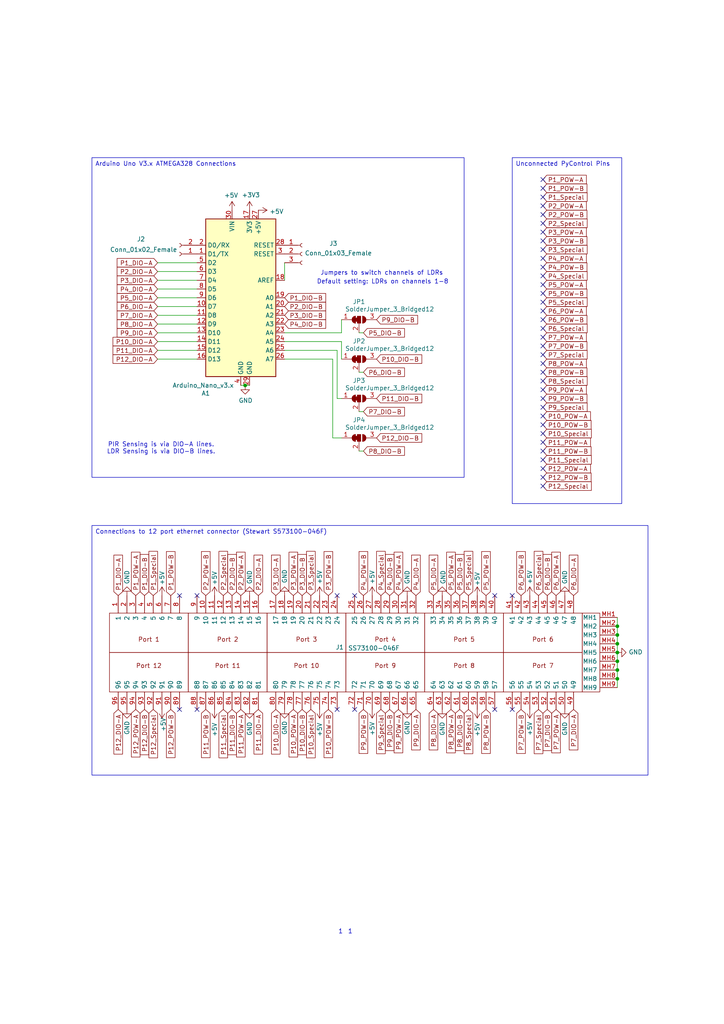
<source format=kicad_sch>
(kicad_sch (version 20231120) (generator "eeschema") (generator_version "8.0")
  (paper "A4" portrait)
  (title_block (title "PIR Interface Board") (date "28/06/2024") (rev "1.0") (company "University of Bristol") (comment 1 "Adapted by: Daniel Titheradge") (comment 2 "Wellcome Open Res. 2016 Nov 15;1:2. doi: 10.12688/wellcomeopenres.9892.2.") (comment 3 "COMPASS: Continuous Open Mouse Phenotyping of Activity and Sleep Status. ") (comment 4 "Adapted from Brown LA, Hasan S, Foster RG, Peirson SN. "))
  (lib_symbols
    (symbol "PIR InterfaceBoard-rescue:+3V3-power" (power) (pin_names (offset 0))
      (property "Value" "power_+3V3" (at 0 3.556 0))
      (symbol "+3V3-power_0_1"
        (polyline (pts (xy -0.762 1.27) (xy 0 2.54)))
        (polyline (pts (xy 0 0) (xy 0 2.54)))
        (polyline (pts (xy 0 2.54) (xy 0.762 1.27)))
      )
      (symbol "+3V3-power_1_1"
        (pin power_in line (at 0 0 90) (length 0) hide (name "+3V3") (number "1"))
      )
    )
    (symbol "PIR InterfaceBoard-rescue:+5V-power" (power) (pin_names (offset 0))
      (property "Value" "power_+5V" (at 0 3.556 0))
      (symbol "+5V-power_0_1"
        (polyline (pts (xy -0.762 1.27) (xy 0 2.54)))
        (polyline (pts (xy 0 0) (xy 0 2.54)))
        (polyline (pts (xy 0 2.54) (xy 0.762 1.27)))
      )
      (symbol "+5V-power_1_1"
        (pin power_in line (at 0 0 90) (length 0) hide (name "+5V") (number "1"))
      )
    )
    (symbol "PIR InterfaceBoard-rescue:Arduino_Nano_v3.x-MCU_Module"
      (property "Reference" "A" (at -5.08 26.035 0))
      (property "Value" "MCU_Module_Arduino_Nano_v3.x" (at -5.08 24.13 0))
      (symbol "Arduino_Nano_v3.x-MCU_Module_0_1"
        (rectangle (start -10.16 22.86) (end 10.16 -22.86) (stroke (width 0.254)) (fill (type background)))
      )
      (symbol "Arduino_Nano_v3.x-MCU_Module_1_1"
        (pin bidirectional line (at -12.7 12.7 0) (length 2.54) (name "D1/TX") (number "1"))
        (pin bidirectional line (at -12.7 -2.54 0) (length 2.54) (name "D7") (number "10"))
        (pin bidirectional line (at -12.7 -5.08 0) (length 2.54) (name "D8") (number "11"))
        (pin bidirectional line (at -12.7 -7.62 0) (length 2.54) (name "D9") (number "12"))
        (pin bidirectional line (at -12.7 -10.16 0) (length 2.54) (name "D10") (number "13"))
        (pin bidirectional line (at -12.7 -12.7 0) (length 2.54) (name "D11") (number "14"))
        (pin bidirectional line (at -12.7 -15.24 0) (length 2.54) (name "D12") (number "15"))
        (pin bidirectional line (at -12.7 -17.78 0) (length 2.54) (name "D13") (number "16"))
        (pin power_out line (at 2.54 25.4 270) (length 2.54) (name "3V3") (number "17"))
        (pin input line (at 12.7 5.08 180) (length 2.54) (name "AREF") (number "18"))
        (pin bidirectional line (at 12.7 0 180) (length 2.54) (name "A0") (number "19"))
        (pin bidirectional line (at -12.7 15.24 0) (length 2.54) (name "D0/RX") (number "2"))
        (pin bidirectional line (at 12.7 -2.54 180) (length 2.54) (name "A1") (number "20"))
        (pin bidirectional line (at 12.7 -5.08 180) (length 2.54) (name "A2") (number "21"))
        (pin bidirectional line (at 12.7 -7.62 180) (length 2.54) (name "A3") (number "22"))
        (pin bidirectional line (at 12.7 -10.16 180) (length 2.54) (name "A4") (number "23"))
        (pin bidirectional line (at 12.7 -12.7 180) (length 2.54) (name "A5") (number "24"))
        (pin bidirectional line (at 12.7 -15.24 180) (length 2.54) (name "A6") (number "25"))
        (pin bidirectional line (at 12.7 -17.78 180) (length 2.54) (name "A7") (number "26"))
        (pin power_out line (at 5.08 25.4 270) (length 2.54) (name "+5V") (number "27"))
        (pin input line (at 12.7 15.24 180) (length 2.54) (name "RESET") (number "28"))
        (pin power_in line (at 2.54 -25.4 90) (length 2.54) (name "GND") (number "29"))
        (pin input line (at 12.7 12.7 180) (length 2.54) (name "RESET") (number "3"))
        (pin power_in line (at -2.54 25.4 270) (length 2.54) (name "VIN") (number "30"))
        (pin power_in line (at 0 -25.4 90) (length 2.54) (name "GND") (number "4"))
        (pin bidirectional line (at -12.7 10.16 0) (length 2.54) (name "D2") (number "5"))
        (pin bidirectional line (at -12.7 7.62 0) (length 2.54) (name "D3") (number "6"))
        (pin bidirectional line (at -12.7 5.08 0) (length 2.54) (name "D4") (number "7"))
        (pin bidirectional line (at -12.7 2.54 0) (length 2.54) (name "D5") (number "8"))
        (pin bidirectional line (at -12.7 0 0) (length 2.54) (name "D6") (number "9"))
      )
    )
    (symbol "PIR InterfaceBoard-rescue:Conn_01x02_Female-Connector" (pin_names (offset 1.016) hide)
      (property "Reference" "J" (at 0 2.54 0))
      (property "Value" "Connector_Conn_01x02_Female" (at 0 -5.08 0))
      (symbol "Conn_01x02_Female-Connector_1_1"
        (arc (start 0 -2.032) (mid -0.508 -2.54) (end 0 -3.048) (stroke (width 0.1524)))
        (polyline (pts (xy -1.27 -2.54) (xy -0.508 -2.54)) (stroke (width 0.1524)))
        (polyline (pts (xy -1.27 0) (xy -0.508 0)) (stroke (width 0.1524)))
        (arc (start 0 0.508) (mid -0.508 0) (end 0 -0.508) (stroke (width 0.1524)))
        (pin passive line (at -5.08 0 0) (length 3.81) (name "Pin_1") (number "1"))
        (pin passive line (at -5.08 -2.54 0) (length 3.81) (name "Pin_2") (number "2"))
      )
    )
    (symbol "PIR InterfaceBoard-rescue:Conn_01x03_Female-Connector" (pin_names (offset 1.016) hide)
      (property "Reference" "J" (at 0 5.08 0))
      (property "Value" "Connector_Conn_01x03_Female" (at 0 -5.08 0))
      (symbol "Conn_01x03_Female-Connector_1_1"
        (arc (start 0 -2.032) (mid -0.508 -2.54) (end 0 -3.048) (stroke (width 0.1524)))
        (polyline (pts (xy -1.27 -2.54) (xy -0.508 -2.54)) (stroke (width 0.1524)))
        (polyline (pts (xy -1.27 0) (xy -0.508 0)) (stroke (width 0.1524)))
        (polyline (pts (xy -1.27 2.54) (xy -0.508 2.54)) (stroke (width 0.1524)))
        (arc (start 0 0.508) (mid -0.508 0) (end 0 -0.508) (stroke (width 0.1524)))
        (arc (start 0 3.048) (mid -0.508 2.54) (end 0 2.032) (stroke (width 0.1524)))
        (pin passive line (at -5.08 2.54 0) (length 3.81) (name "Pin_1") (number "1"))
        (pin passive line (at -5.08 0 0) (length 3.81) (name "Pin_2") (number "2"))
        (pin passive line (at -5.08 -2.54 0) (length 3.81) (name "Pin_3") (number "3"))
      )
    )
    (symbol "PIR InterfaceBoard-rescue:GND-power" (power) (pin_names (offset 0))
      (property "Value" "power_GND" (at 0 -3.81 0))
      (symbol "GND-power_0_1"
        (polyline (pts (xy 0 0) (xy 0 -1.27) (xy 1.27 -1.27) (xy 0 -2.54) (xy -1.27 -1.27) (xy 0 -1.27)))
      )
      (symbol "GND-power_1_1"
        (pin power_in line (at 0 0 270) (length 0) hide (name "GND") (number "1"))
      )
    )
    (symbol "PIR InterfaceBoard-rescue:SS73100-046F-SamacSys_Parts" (pin_names (offset 0.762))
      (property "Reference" "J1" (at -1.778 1.524 0))
      (property "Value" "SS73100-046F" (at 8.128 1.27 0))
      (symbol "SS73100-046F-SamacSys_Parts_0_0"
        (text "Port 1" (at -57.15 3.81 0) (effects (font (size 1.27 1.27))))
        (pin passive line (at -66.04 16.51 270) (length 5.08) (name "1") (number "1"))
        (pin passive line (at -40.64 16.51 270) (length 5.08) (name "10") (number "10"))
        (pin passive line (at -38.1 16.51 270) (length 5.08) (name "11") (number "11"))
        (pin passive line (at -35.56 16.51 270) (length 5.08) (name "12") (number "12"))
        (pin passive line (at -33.02 16.51 270) (length 5.08) (name "13") (number "13"))
        (pin passive line (at -30.48 16.51 270) (length 5.08) (name "14") (number "14"))
        (pin passive line (at -27.94 16.51 270) (length 5.08) (name "15") (number "15"))
        (pin passive line (at -25.4 16.51 270) (length 5.08) (name "16") (number "16"))
        (pin passive line (at -20.32 16.51 270) (length 5.08) (name "17") (number "17"))
        (pin passive line (at -17.78 16.51 270) (length 5.08) (name "18") (number "18"))
        (pin passive line (at -15.24 16.51 270) (length 5.08) (name "19") (number "19"))
        (pin passive line (at -63.5 16.51 270) (length 5.08) (name "2") (number "2"))
        (pin passive line (at -12.7 16.51 270) (length 5.08) (name "20") (number "20"))
        (pin passive line (at -10.16 16.51 270) (length 5.08) (name "21") (number "21"))
        (pin passive line (at -7.62 16.51 270) (length 5.08) (name "22") (number "22"))
        (pin passive line (at -5.08 16.51 270) (length 5.08) (name "23") (number "23"))
        (pin passive line (at -2.54 16.51 270) (length 5.08) (name "24") (number "24"))
        (pin passive line (at 2.54 16.51 270) (length 5.08) (name "25") (number "25"))
        (pin passive line (at 5.08 16.51 270) (length 5.08) (name "26") (number "26"))
        (pin passive line (at 7.62 16.51 270) (length 5.08) (name "27") (number "27"))
        (pin passive line (at 10.16 16.51 270) (length 5.08) (name "28") (number "28"))
        (pin passive line (at 12.7 16.51 270) (length 5.08) (name "29") (number "29"))
        (pin passive line (at -60.96 16.51 270) (length 5.08) (name "3") (number "3"))
        (pin passive line (at 15.24 16.51 270) (length 5.08) (name "30") (number "30"))
        (pin passive line (at 17.78 16.51 270) (length 5.08) (name "31") (number "31"))
        (pin passive line (at 20.32 16.51 270) (length 5.08) (name "32") (number "32"))
        (pin passive line (at 25.4 16.51 270) (length 5.08) (name "33") (number "33"))
        (pin passive line (at 27.94 16.51 270) (length 5.08) (name "34") (number "34"))
        (pin passive line (at 30.48 16.51 270) (length 5.08) (name "35") (number "35"))
        (pin passive line (at 33.02 16.51 270) (length 5.08) (name "36") (number "36"))
        (pin passive line (at 35.56 16.51 270) (length 5.08) (name "37") (number "37"))
        (pin passive line (at 38.1 16.51 270) (length 5.08) (name "38") (number "38"))
        (pin passive line (at 40.64 16.51 270) (length 5.08) (name "39") (number "39"))
        (pin passive line (at -58.42 16.51 270) (length 5.08) (name "4") (number "4"))
        (pin passive line (at 43.18 16.51 270) (length 5.08) (name "40") (number "40"))
        (pin passive line (at 48.26 16.51 270) (length 5.08) (name "41") (number "41"))
        (pin passive line (at 50.8 16.51 270) (length 5.08) (name "42") (number "42"))
        (pin passive line (at 53.34 16.51 270) (length 5.08) (name "43") (number "43"))
        (pin passive line (at 55.88 16.51 270) (length 5.08) (name "44") (number "44"))
        (pin passive line (at 58.42 16.51 270) (length 5.08) (name "45") (number "45"))
        (pin passive line (at 60.96 16.51 270) (length 5.08) (name "46") (number "46"))
        (pin passive line (at 63.5 16.51 270) (length 5.08) (name "47") (number "47"))
        (pin passive line (at 66.04 16.51 270) (length 5.08) (name "48") (number "48"))
        (pin passive line (at 66.04 -16.51 90) (length 5.08) (name "49") (number "49"))
        (pin passive line (at -55.88 16.51 270) (length 5.08) (name "5") (number "5"))
        (pin passive line (at 63.5 -16.51 90) (length 5.08) (name "50") (number "50"))
        (pin passive line (at 60.96 -16.51 90) (length 5.08) (name "51") (number "51"))
        (pin passive line (at 58.42 -16.51 90) (length 5.08) (name "52") (number "52"))
        (pin passive line (at 55.88 -16.51 90) (length 5.08) (name "53") (number "53"))
        (pin passive line (at 53.34 -16.51 90) (length 5.08) (name "54") (number "54"))
        (pin passive line (at 50.8 -16.51 90) (length 5.08) (name "55") (number "55"))
        (pin passive line (at 48.26 -16.51 90) (length 5.08) (name "56") (number "56"))
        (pin passive line (at 43.18 -16.51 90) (length 5.08) (name "57") (number "57"))
        (pin passive line (at 40.64 -16.51 90) (length 5.08) (name "58") (number "58"))
        (pin passive line (at 38.1 -16.51 90) (length 5.08) (name "59") (number "59"))
        (pin passive line (at -53.34 16.51 270) (length 5.08) (name "6") (number "6"))
        (pin passive line (at 35.56 -16.51 90) (length 5.08) (name "60") (number "60"))
        (pin passive line (at 33.02 -16.51 90) (length 5.08) (name "61") (number "61"))
        (pin passive line (at 30.48 -16.51 90) (length 5.08) (name "62") (number "62"))
        (pin passive line (at 27.94 -16.51 90) (length 5.08) (name "63") (number "63"))
        (pin passive line (at 25.4 -16.51 90) (length 5.08) (name "64") (number "64"))
        (pin passive line (at 20.32 -16.51 90) (length 5.08) (name "65") (number "65"))
        (pin passive line (at 17.78 -16.51 90) (length 5.08) (name "66") (number "66"))
        (pin passive line (at 15.24 -16.51 90) (length 5.08) (name "67") (number "67"))
        (pin passive line (at 12.7 -16.51 90) (length 5.08) (name "68") (number "68"))
        (pin passive line (at 10.16 -16.51 90) (length 5.08) (name "69") (number "69"))
        (pin passive line (at -50.8 16.51 270) (length 5.08) (name "7") (number "7"))
        (pin passive line (at 7.62 -16.51 90) (length 5.08) (name "70") (number "70"))
        (pin passive line (at 5.08 -16.51 90) (length 5.08) (name "71") (number "71"))
        (pin passive line (at 2.54 -16.51 90) (length 5.08) (name "72") (number "72"))
        (pin passive line (at -2.54 -16.51 90) (length 5.08) (name "73") (number "73"))
        (pin passive line (at -5.08 -16.51 90) (length 5.08) (name "74") (number "74"))
        (pin passive line (at -7.62 -16.51 90) (length 5.08) (name "75") (number "75"))
        (pin passive line (at -10.16 -16.51 90) (length 5.08) (name "76") (number "76"))
        (pin passive line (at -12.7 -16.51 90) (length 5.08) (name "77") (number "77"))
        (pin passive line (at -15.24 -16.51 90) (length 5.08) (name "78") (number "78"))
        (pin passive line (at -17.78 -16.51 90) (length 5.08) (name "79") (number "79"))
        (pin passive line (at -48.26 16.51 270) (length 5.08) (name "8") (number "8"))
        (pin passive line (at -20.32 -16.51 90) (length 5.08) (name "80") (number "80"))
        (pin passive line (at -25.4 -16.51 90) (length 5.08) (name "81") (number "81"))
        (pin passive line (at -27.94 -16.51 90) (length 5.08) (name "82") (number "82"))
        (pin passive line (at -30.48 -16.51 90) (length 5.08) (name "83") (number "83"))
        (pin passive line (at -33.02 -16.51 90) (length 5.08) (name "84") (number "84"))
        (pin passive line (at -35.56 -16.51 90) (length 5.08) (name "85") (number "85"))
        (pin passive line (at -38.1 -16.51 90) (length 5.08) (name "86") (number "86"))
        (pin passive line (at -40.64 -16.51 90) (length 5.08) (name "87") (number "87"))
        (pin passive line (at -43.18 -16.51 90) (length 5.08) (name "88") (number "88"))
        (pin passive line (at -48.26 -16.51 90) (length 5.08) (name "89") (number "89"))
        (pin passive line (at -43.18 16.51 270) (length 5.08) (name "9") (number "9"))
        (pin passive line (at -50.8 -16.51 90) (length 5.08) (name "90") (number "90"))
        (pin passive line (at -53.34 -16.51 90) (length 5.08) (name "91") (number "91"))
        (pin passive line (at -55.88 -16.51 90) (length 5.08) (name "92") (number "92"))
        (pin passive line (at -58.42 -16.51 90) (length 5.08) (name "93") (number "93"))
        (pin passive line (at -60.96 -16.51 90) (length 5.08) (name "94") (number "94"))
        (pin passive line (at -63.5 -16.51 90) (length 5.08) (name "95") (number "95"))
        (pin passive line (at -66.04 -16.51 90) (length 5.08) (name "96") (number "96"))
        (pin passive line (at 78.74 10.16 180) (length 5.08) (name "MH1") (number "MH1"))
        (pin passive line (at 78.74 7.62 180) (length 5.08) (name "MH2") (number "MH2"))
        (pin passive line (at 78.74 5.08 180) (length 5.08) (name "MH3") (number "MH3"))
        (pin passive line (at 78.74 2.54 180) (length 5.08) (name "MH4") (number "MH4"))
        (pin passive line (at 78.74 0 180) (length 5.08) (name "MH5") (number "MH5"))
        (pin passive line (at 78.74 -2.54 180) (length 5.08) (name "MH6") (number "MH6"))
        (pin passive line (at 78.74 -5.08 180) (length 5.08) (name "MH7") (number "MH7"))
        (pin passive line (at 78.74 -7.62 180) (length 5.08) (name "MH8") (number "MH8"))
        (pin passive line (at 78.74 -10.16 180) (length 5.08) (name "MH9") (number "MH9"))
      )
      (symbol "SS73100-046F-SamacSys_Parts_0_1"
        (rectangle (start -68.58 11.43) (end -45.72 0))
        (rectangle (start 68.58 11.43) (end 73.66 -11.43))
      )
      (symbol "SS73100-046F-SamacSys_Parts_1_1"
        (rectangle (start -68.58 0) (end -45.72 -11.43))
        (rectangle (start -45.72 0) (end -22.86 -11.43))
        (rectangle (start -45.72 11.43) (end -22.86 0))
        (rectangle (start -22.86 0) (end 0 -11.43))
        (rectangle (start -22.86 11.43) (end 0 0))
        (rectangle (start 0 0) (end 22.86 -11.43))
        (rectangle (start 0 11.43) (end 22.86 0))
        (rectangle (start 22.86 0) (end 45.72 -11.43))
        (rectangle (start 22.86 11.43) (end 45.72 0))
        (rectangle (start 45.72 0) (end 68.58 -11.43))
        (rectangle (start 45.72 11.43) (end 68.58 0))
        (text "Port 10" (at -11.43 -3.81 0) (effects (font (size 1.27 1.27))))
        (text "Port 11" (at -34.29 -3.81 0) (effects (font (size 1.27 1.27))))
        (text "Port 12" (at -57.15 -3.81 0) (effects (font (size 1.27 1.27))))
        (text "Port 2" (at -34.29 3.81 0) (effects (font (size 1.27 1.27))))
        (text "Port 3" (at -11.43 3.81 0) (effects (font (size 1.27 1.27))))
        (text "Port 4" (at 11.43 3.81 0) (effects (font (size 1.27 1.27))))
        (text "Port 5" (at 34.29 3.81 0) (effects (font (size 1.27 1.27))))
        (text "Port 6" (at 57.15 3.81 0) (effects (font (size 1.27 1.27))))
        (text "Port 7" (at 57.15 -3.81 0) (effects (font (size 1.27 1.27))))
        (text "Port 8" (at 34.29 -3.81 0) (effects (font (size 1.27 1.27))))
        (text "Port 9" (at 11.43 -3.81 0) (effects (font (size 1.27 1.27))))
      )
    )
    (symbol "PIR InterfaceBoard-rescue:SolderJumper_3_Bridged12-Jumper" (pin_names (offset 0) hide)
      (property "Reference" "JP" (at -2.54 -2.54 0))
      (property "Value" "Jumper_SolderJumper_3_Bridged12" (at 0 2.794 0))
      (symbol "SolderJumper_3_Bridged12-Jumper_0_1"
        (rectangle (start -1.016 0.508) (end -0.508 -0.508) (fill (type outline)))
        (arc (start -1.016 1.016) (mid -2.032 0) (end -1.016 -1.016))
        (arc (start -1.016 1.016) (mid -2.032 0) (end -1.016 -1.016) (fill (type outline)))
        (rectangle (start -0.508 1.016) (end 0.508 -1.016) (fill (type outline)))
        (polyline (pts (xy -2.54 0) (xy -2.032 0)))
        (polyline (pts (xy -1.016 1.016) (xy -1.016 -1.016)))
        (polyline (pts (xy 0 -1.27) (xy 0 -1.016)))
        (polyline (pts (xy 1.016 1.016) (xy 1.016 -1.016)))
        (polyline (pts (xy 2.54 0) (xy 2.032 0)))
        (arc (start 1.016 -1.016) (mid 2.032 0) (end 1.016 1.016))
        (arc (start 1.016 -1.016) (mid 2.032 0) (end 1.016 1.016) (fill (type outline)))
      )
      (symbol "SolderJumper_3_Bridged12-Jumper_1_1"
        (pin passive line (at -5.08 0 0) (length 2.54) (name "A") (number "1"))
        (pin input line (at 0 -3.81 90) (length 2.54) (name "C") (number "2"))
        (pin passive line (at 5.08 0 180) (length 2.54) (name "B") (number "3"))
      )
    )
  )
  (junction (at 179.07 196.85))
  (junction (at 179.07 186.69))
  (junction (at 179.07 181.61))
  (junction (at 179.07 184.15))
  (junction (at 179.07 191.77))
  (junction (at 71.12 111.76))
  (junction (at 179.07 189.23))
  (junction (at 179.07 194.31))
  (no_connect (at 97.79 205.74))
  (no_connect (at 157.48 115.57))
  (no_connect (at 157.48 135.89))
  (no_connect (at 157.48 80.01))
  (no_connect (at 157.48 105.41))
  (no_connect (at 157.48 133.35))
  (no_connect (at 57.15 205.74))
  (no_connect (at 157.48 64.77))
  (no_connect (at 102.87 172.72))
  (no_connect (at 157.48 62.23))
  (no_connect (at 157.48 100.33))
  (no_connect (at 157.48 118.11))
  (no_connect (at 157.48 107.95))
  (no_connect (at 157.48 59.69))
  (no_connect (at 157.48 82.55))
  (no_connect (at 157.48 97.79))
  (no_connect (at 157.48 120.65))
  (no_connect (at 148.59 172.72))
  (no_connect (at 157.48 125.73))
  (no_connect (at 157.48 54.61))
  (no_connect (at 157.48 123.19))
  (no_connect (at 157.48 90.17))
  (no_connect (at 157.48 110.49))
  (no_connect (at 143.51 172.72))
  (no_connect (at 157.48 130.81))
  (no_connect (at 157.48 87.63))
  (no_connect (at 157.48 69.85))
  (no_connect (at 157.48 102.87))
  (no_connect (at 157.48 77.47))
  (no_connect (at 97.79 172.72))
  (no_connect (at 157.48 140.97))
  (no_connect (at 157.48 95.25))
  (no_connect (at 157.48 57.15))
  (no_connect (at 157.48 67.31))
  (no_connect (at 157.48 52.07))
  (no_connect (at 52.07 205.74))
  (no_connect (at 102.87 205.74))
  (no_connect (at 157.48 74.93))
  (no_connect (at 52.07 172.72))
  (no_connect (at 157.48 92.71))
  (no_connect (at 157.48 85.09))
  (no_connect (at 143.51 205.74))
  (no_connect (at 157.48 113.03))
  (no_connect (at 57.15 172.72))
  (no_connect (at 157.48 72.39))
  (no_connect (at 157.48 138.43))
  (no_connect (at 148.59 205.74))
  (no_connect (at 157.48 128.27))
  (wire (pts (xy 45.72 104.14) (xy 57.15 104.14)))
  (wire (pts (xy 99.06 92.71) (xy 99.06 96.52)))
  (wire (pts (xy 179.07 189.23) (xy 179.07 191.77)))
  (wire (pts (xy 45.72 88.9) (xy 57.15 88.9)))
  (wire (pts (xy 97.79 101.6) (xy 97.79 115.57)))
  (wire (pts (xy 179.07 184.15) (xy 179.07 186.69)))
  (wire (pts (xy 45.72 99.06) (xy 57.15 99.06)))
  (wire (pts (xy 45.72 78.74) (xy 57.15 78.74)))
  (wire (pts (xy 69.85 111.76) (xy 71.12 111.76)))
  (wire (pts (xy 57.15 86.36) (xy 45.72 86.36)))
  (wire (pts (xy 45.72 83.82) (xy 57.15 83.82)))
  (wire (pts (xy 179.07 196.85) (xy 179.07 199.39)))
  (wire (pts (xy 57.15 96.52) (xy 45.72 96.52)))
  (wire (pts (xy 57.15 81.28) (xy 45.72 81.28)))
  (wire (pts (xy 104.14 119.38) (xy 105.41 119.38)))
  (wire (pts (xy 57.15 91.44) (xy 45.72 91.44)))
  (wire (pts (xy 82.55 101.6) (xy 97.79 101.6)))
  (wire (pts (xy 57.15 101.6) (xy 45.72 101.6)))
  (wire (pts (xy 179.07 181.61) (xy 179.07 184.15)))
  (wire (pts (xy 179.07 194.31) (xy 179.07 196.85)))
  (wire (pts (xy 179.07 179.07) (xy 179.07 181.61)))
  (wire (pts (xy 179.07 191.77) (xy 179.07 194.31)))
  (wire (pts (xy 179.07 186.69) (xy 179.07 189.23)))
  (wire (pts (xy 99.06 96.52) (xy 82.55 96.52)))
  (wire (pts (xy 82.55 81.28) (xy 82.55 76.2)))
  (wire (pts (xy 97.79 115.57) (xy 99.06 115.57)))
  (wire (pts (xy 71.12 111.76) (xy 72.39 111.76)))
  (wire (pts (xy 104.14 107.95) (xy 105.41 107.95)))
  (wire (pts (xy 99.06 127) (xy 96.52 127)))
  (wire (pts (xy 99.06 99.06) (xy 99.06 104.14)))
  (wire (pts (xy 57.15 76.2) (xy 45.72 76.2)))
  (wire (pts (xy 104.14 130.81) (xy 105.41 130.81)))
  (wire (pts (xy 82.55 99.06) (xy 99.06 99.06)))
  (wire (pts (xy 96.52 104.14) (xy 82.55 104.14)))
  (wire (pts (xy 96.52 127) (xy 96.52 104.14)))
  (wire (pts (xy 45.72 93.98) (xy 57.15 93.98)))
  (wire (pts (xy 104.14 96.52) (xy 105.41 96.52)))
  (text_box "Arduino Uno V3.x ATMEGA328 Connections" (at 26.67 45.72 0) (size 107.95 92.71) (effects (font (size 1.27 1.27)) (justify left top)))
  (text_box "Connections to 12 port ethernet connector (Stewart S573100-046F)" (at 26.67 152.4 0) (size 161.29 72.39) (effects (font (size 1.27 1.27)) (justify left top)))
  (text_box "Unconnected PyControl Pins" (at 148.59 45.72 0) (size 31.75 100.33) (effects (font (size 1.27 1.27)) (justify left top)))
  (text "Default setting: LDRs on channels 1-8" (at 110.998 81.788 0) (effects (font (size 1.27 1.27))))
  (text "1" (at 98.806 270.256 0) (effects (font (size 1.27 1.27))))
  (text "1" (at 101.6 270.256 0) (effects (font (size 1.27 1.27))))
  (text "Jumpers to switch channels of LDRs" (at 110.744 79.248 0) (effects (font (size 1.27 1.27))))
  (text "PIR Sensing is via DIO-A lines.\nLDR Sensing is via DIO-B lines." (at 46.736 130.048 0) (effects (font (size 1.27 1.27))))
  (global_label "P11_Special" (shape input) (at 64.77 205.74 270) (property "Intersheetrefs" "${INTERSHEET_REFS}" (effects (hide yes))))
  (global_label "P5_DIO-B" (shape input) (at 133.35 172.72 90) (property "Intersheetrefs" "${INTERSHEET_REFS}" (effects (hide yes))))
  (global_label "P6_DIO-A" (shape input) (at 45.72 88.9 180) (property "Intersheetrefs" "${INTERSHEET_REFS}" (effects (hide yes))))
  (global_label "P8_Special" (shape input) (at 135.89 205.74 270) (property "Intersheetrefs" "${INTERSHEET_REFS}" (effects (hide yes))))
  (global_label "P10_Special" (shape input) (at 157.48 125.73 0) (property "Intersheetrefs" "${INTERSHEET_REFS}" (effects (hide yes))))
  (global_label "P1_DIO-B" (shape input) (at 82.55 86.36 0) (property "Intersheetrefs" "${INTERSHEET_REFS}" (effects (hide yes))))
  (global_label "P11_DIO-A" (shape input) (at 45.72 101.6 180) (property "Intersheetrefs" "${INTERSHEET_REFS}" (effects (hide yes))))
  (global_label "P4_Special" (shape input) (at 110.49 172.72 90) (property "Intersheetrefs" "${INTERSHEET_REFS}" (effects (hide yes))))
  (global_label "P4_POW-A" (shape input) (at 115.57 172.72 90) (property "Intersheetrefs" "${INTERSHEET_REFS}" (effects (hide yes))))
  (global_label "P7_POW-B" (shape input) (at 157.48 100.33 0) (property "Intersheetrefs" "${INTERSHEET_REFS}" (effects (hide yes))))
  (global_label "P2_POW-A" (shape input) (at 69.85 172.72 90) (property "Intersheetrefs" "${INTERSHEET_REFS}" (effects (hide yes))))
  (global_label "P2_POW-B" (shape input) (at 157.48 62.23 0) (property "Intersheetrefs" "${INTERSHEET_REFS}" (effects (hide yes))))
  (global_label "P9_POW-B" (shape input) (at 105.41 205.74 270) (property "Intersheetrefs" "${INTERSHEET_REFS}" (effects (hide yes))))
  (global_label "P5_POW-A" (shape input) (at 130.81 172.72 90) (property "Intersheetrefs" "${INTERSHEET_REFS}" (effects (hide yes))))
  (global_label "P7_DIO-B" (shape input) (at 105.41 119.38 0) (property "Intersheetrefs" "${INTERSHEET_REFS}" (effects (hide yes))))
  (global_label "P6_DIO-A" (shape input) (at 166.37 172.72 90) (property "Intersheetrefs" "${INTERSHEET_REFS}" (effects (hide yes))))
  (global_label "P3_Special" (shape input) (at 90.17 172.72 90) (property "Intersheetrefs" "${INTERSHEET_REFS}" (effects (hide yes))))
  (global_label "P11_POW-A" (shape input) (at 69.85 205.74 270) (property "Intersheetrefs" "${INTERSHEET_REFS}" (effects (hide yes))))
  (global_label "P4_DIO-A" (shape input) (at 120.65 172.72 90) (property "Intersheetrefs" "${INTERSHEET_REFS}" (effects (hide yes))))
  (global_label "P1_POW-B" (shape input) (at 157.48 54.61 0) (property "Intersheetrefs" "${INTERSHEET_REFS}" (effects (hide yes))))
  (global_label "P12_Special" (shape input) (at 44.45 205.74 270) (property "Intersheetrefs" "${INTERSHEET_REFS}" (effects (hide yes))))
  (global_label "P5_POW-A" (shape input) (at 157.48 82.55 0) (property "Intersheetrefs" "${INTERSHEET_REFS}" (effects (hide yes))))
  (global_label "P12_POW-A" (shape input) (at 39.37 205.74 270) (property "Intersheetrefs" "${INTERSHEET_REFS}" (effects (hide yes))))
  (global_label "P10_DIO-B" (shape input) (at 87.63 205.74 270) (property "Intersheetrefs" "${INTERSHEET_REFS}" (effects (hide yes))))
  (global_label "P8_DIO-A" (shape input) (at 45.72 93.98 180) (property "Intersheetrefs" "${INTERSHEET_REFS}" (effects (hide yes))))
  (global_label "P10_DIO-B" (shape input) (at 109.22 104.14 0) (property "Intersheetrefs" "${INTERSHEET_REFS}" (effects (hide yes))))
  (global_label "P9_DIO-B" (shape input) (at 109.22 92.71 0) (property "Intersheetrefs" "${INTERSHEET_REFS}" (effects (hide yes))))
  (global_label "P11_DIO-B" (shape input) (at 109.22 115.57 0) (property "Intersheetrefs" "${INTERSHEET_REFS}" (effects (hide yes))))
  (global_label "P2_POW-A" (shape input) (at 157.48 59.69 0) (property "Intersheetrefs" "${INTERSHEET_REFS}" (effects (hide yes))))
  (global_label "P3_POW-A" (shape input) (at 157.48 67.31 0) (property "Intersheetrefs" "${INTERSHEET_REFS}" (effects (hide yes))))
  (global_label "P5_DIO-A" (shape input) (at 45.72 86.36 180) (property "Intersheetrefs" "${INTERSHEET_REFS}" (effects (hide yes))))
  (global_label "P11_Special" (shape input) (at 157.48 133.35 0) (property "Intersheetrefs" "${INTERSHEET_REFS}" (effects (hide yes))))
  (global_label "P6_Special" (shape input) (at 156.21 172.72 90) (property "Intersheetrefs" "${INTERSHEET_REFS}" (effects (hide yes))))
  (global_label "P6_POW-A" (shape input) (at 161.29 172.72 90) (property "Intersheetrefs" "${INTERSHEET_REFS}" (effects (hide yes))))
  (global_label "P9_DIO-A" (shape input) (at 120.65 205.74 270) (property "Intersheetrefs" "${INTERSHEET_REFS}" (effects (hide yes))))
  (global_label "P10_DIO-A" (shape input) (at 45.72 99.06 180) (property "Intersheetrefs" "${INTERSHEET_REFS}" (effects (hide yes))))
  (global_label "P1_Special" (shape input) (at 44.45 172.72 90) (property "Intersheetrefs" "${INTERSHEET_REFS}" (effects (hide yes))))
  (global_label "P8_DIO-B" (shape input) (at 105.41 130.81 0) (property "Intersheetrefs" "${INTERSHEET_REFS}" (effects (hide yes))))
  (global_label "P9_POW-B" (shape input) (at 157.48 115.57 0) (property "Intersheetrefs" "${INTERSHEET_REFS}" (effects (hide yes))))
  (global_label "P1_Special" (shape input) (at 157.48 57.15 0) (property "Intersheetrefs" "${INTERSHEET_REFS}" (effects (hide yes))))
  (global_label "P1_POW-A" (shape input) (at 157.48 52.07 0) (property "Intersheetrefs" "${INTERSHEET_REFS}" (effects (hide yes))))
  (global_label "P2_Special" (shape input) (at 157.48 64.77 0) (property "Intersheetrefs" "${INTERSHEET_REFS}" (effects (hide yes))))
  (global_label "P11_POW-A" (shape input) (at 157.48 128.27 0) (property "Intersheetrefs" "${INTERSHEET_REFS}" (effects (hide yes))))
  (global_label "P1_DIO-B" (shape input) (at 41.91 172.72 90) (property "Intersheetrefs" "${INTERSHEET_REFS}" (effects (hide yes))))
  (global_label "P12_POW-A" (shape input) (at 157.48 135.89 0) (property "Intersheetrefs" "${INTERSHEET_REFS}" (effects (hide yes))))
  (global_label "P10_POW-B" (shape input) (at 157.48 123.19 0) (property "Intersheetrefs" "${INTERSHEET_REFS}" (effects (hide yes))))
  (global_label "P10_POW-A" (shape input) (at 157.48 120.65 0) (property "Intersheetrefs" "${INTERSHEET_REFS}" (effects (hide yes))))
  (global_label "P1_POW-A" (shape input) (at 39.37 172.72 90) (property "Intersheetrefs" "${INTERSHEET_REFS}" (effects (hide yes))))
  (global_label "P3_POW-A" (shape input) (at 85.09 172.72 90) (property "Intersheetrefs" "${INTERSHEET_REFS}" (effects (hide yes))))
  (global_label "P4_POW-B" (shape input) (at 105.41 172.72 90) (property "Intersheetrefs" "${INTERSHEET_REFS}" (effects (hide yes))))
  (global_label "P2_Special" (shape input) (at 64.77 172.72 90) (property "Intersheetrefs" "${INTERSHEET_REFS}" (effects (hide yes))))
  (global_label "P4_DIO-B" (shape input) (at 113.03 172.72 90) (property "Intersheetrefs" "${INTERSHEET_REFS}" (effects (hide yes))))
  (global_label "P6_Special" (shape input) (at 157.48 95.25 0) (property "Intersheetrefs" "${INTERSHEET_REFS}" (effects (hide yes))))
  (global_label "P5_DIO-A" (shape input) (at 125.73 172.72 90) (property "Intersheetrefs" "${INTERSHEET_REFS}" (effects (hide yes))))
  (global_label "P3_DIO-A" (shape input) (at 80.01 172.72 90) (property "Intersheetrefs" "${INTERSHEET_REFS}" (effects (hide yes))))
  (global_label "P3_Special" (shape input) (at 157.48 72.39 0) (property "Intersheetrefs" "${INTERSHEET_REFS}" (effects (hide yes))))
  (global_label "P11_POW-B" (shape input) (at 157.48 130.81 0) (property "Intersheetrefs" "${INTERSHEET_REFS}" (effects (hide yes))))
  (global_label "P12_DIO-B" (shape input) (at 41.91 205.74 270) (property "Intersheetrefs" "${INTERSHEET_REFS}" (effects (hide yes))))
  (global_label "P9_Special" (shape input) (at 157.48 118.11 0) (property "Intersheetrefs" "${INTERSHEET_REFS}" (effects (hide yes))))
  (global_label "P3_POW-B" (shape input) (at 95.25 172.72 90) (property "Intersheetrefs" "${INTERSHEET_REFS}" (effects (hide yes))))
  (global_label "P8_POW-B" (shape input) (at 157.48 107.95 0) (property "Intersheetrefs" "${INTERSHEET_REFS}" (effects (hide yes))))
  (global_label "P4_DIO-A" (shape input) (at 45.72 83.82 180) (property "Intersheetrefs" "${INTERSHEET_REFS}" (effects (hide yes))))
  (global_label "P8_POW-B" (shape input) (at 140.97 205.74 270) (property "Intersheetrefs" "${INTERSHEET_REFS}" (effects (hide yes))))
  (global_label "P9_DIO-A" (shape input) (at 45.72 96.52 180) (property "Intersheetrefs" "${INTERSHEET_REFS}" (effects (hide yes))))
  (global_label "P12_POW-B" (shape input) (at 49.53 205.74 270) (property "Intersheetrefs" "${INTERSHEET_REFS}" (effects (hide yes))))
  (global_label "P5_Special" (shape input) (at 135.89 172.72 90) (property "Intersheetrefs" "${INTERSHEET_REFS}" (effects (hide yes))))
  (global_label "P2_POW-B" (shape input) (at 59.69 172.72 90) (property "Intersheetrefs" "${INTERSHEET_REFS}" (effects (hide yes))))
  (global_label "P7_DIO-A" (shape input) (at 45.72 91.44 180) (property "Intersheetrefs" "${INTERSHEET_REFS}" (effects (hide yes))))
  (global_label "P4_DIO-B" (shape input) (at 82.55 93.98 0) (property "Intersheetrefs" "${INTERSHEET_REFS}" (effects (hide yes))))
  (global_label "P10_Special" (shape input) (at 90.17 205.74 270) (property "Intersheetrefs" "${INTERSHEET_REFS}" (effects (hide yes))))
  (global_label "P1_POW-B" (shape input) (at 49.53 172.72 90) (property "Intersheetrefs" "${INTERSHEET_REFS}" (effects (hide yes))))
  (global_label "P4_POW-B" (shape input) (at 157.48 77.47 0) (property "Intersheetrefs" "${INTERSHEET_REFS}" (effects (hide yes))))
  (global_label "P8_POW-A" (shape input) (at 130.81 205.74 270) (property "Intersheetrefs" "${INTERSHEET_REFS}" (effects (hide yes))))
  (global_label "P1_DIO-A" (shape input) (at 34.29 172.72 90) (property "Intersheetrefs" "${INTERSHEET_REFS}" (effects (hide yes))))
  (global_label "P3_DIO-A" (shape input) (at 45.72 81.28 180) (property "Intersheetrefs" "${INTERSHEET_REFS}" (effects (hide yes))))
  (global_label "P2_DIO-A" (shape input) (at 45.72 78.74 180) (property "Intersheetrefs" "${INTERSHEET_REFS}" (effects (hide yes))))
  (global_label "P6_DIO-B" (shape input) (at 158.75 172.72 90) (property "Intersheetrefs" "${INTERSHEET_REFS}" (effects (hide yes))))
  (global_label "P7_Special" (shape input) (at 156.21 205.74 270) (property "Intersheetrefs" "${INTERSHEET_REFS}" (effects (hide yes))))
  (global_label "P10_POW-B" (shape input) (at 95.25 205.74 270) (property "Intersheetrefs" "${INTERSHEET_REFS}" (effects (hide yes))))
  (global_label "P10_POW-A" (shape input) (at 85.09 205.74 270) (property "Intersheetrefs" "${INTERSHEET_REFS}" (effects (hide yes))))
  (global_label "P5_POW-B" (shape input) (at 140.97 172.72 90) (property "Intersheetrefs" "${INTERSHEET_REFS}" (effects (hide yes))))
  (global_label "P3_DIO-B" (shape input) (at 82.55 91.44 0) (property "Intersheetrefs" "${INTERSHEET_REFS}" (effects (hide yes))))
  (global_label "P12_DIO-B" (shape input) (at 109.22 127 0) (property "Intersheetrefs" "${INTERSHEET_REFS}" (effects (hide yes))))
  (global_label "P2_DIO-A" (shape input) (at 74.93 172.72 90) (property "Intersheetrefs" "${INTERSHEET_REFS}" (effects (hide yes))))
  (global_label "P6_POW-B" (shape input) (at 151.13 172.72 90) (property "Intersheetrefs" "${INTERSHEET_REFS}" (effects (hide yes))))
  (global_label "P3_DIO-B" (shape input) (at 87.63 172.72 90) (property "Intersheetrefs" "${INTERSHEET_REFS}" (effects (hide yes))))
  (global_label "P9_POW-A" (shape input) (at 157.48 113.03 0) (property "Intersheetrefs" "${INTERSHEET_REFS}" (effects (hide yes))))
  (global_label "P2_DIO-B" (shape input) (at 82.55 88.9 0) (property "Intersheetrefs" "${INTERSHEET_REFS}" (effects (hide yes))))
  (global_label "P5_DIO-B" (shape input) (at 105.41 96.52 0) (property "Intersheetrefs" "${INTERSHEET_REFS}" (effects (hide yes))))
  (global_label "P8_DIO-B" (shape input) (at 133.35 205.74 270) (property "Intersheetrefs" "${INTERSHEET_REFS}" (effects (hide yes))))
  (global_label "P7_POW-A" (shape input) (at 161.29 205.74 270) (property "Intersheetrefs" "${INTERSHEET_REFS}" (effects (hide yes))))
  (global_label "P6_POW-B" (shape input) (at 157.48 92.71 0) (property "Intersheetrefs" "${INTERSHEET_REFS}" (effects (hide yes))))
  (global_label "P4_POW-A" (shape input) (at 157.48 74.93 0) (property "Intersheetrefs" "${INTERSHEET_REFS}" (effects (hide yes))))
  (global_label "P11_DIO-A" (shape input) (at 74.93 205.74 270) (property "Intersheetrefs" "${INTERSHEET_REFS}" (effects (hide yes))))
  (global_label "P12_POW-B" (shape input) (at 157.48 138.43 0) (property "Intersheetrefs" "${INTERSHEET_REFS}" (effects (hide yes))))
  (global_label "P11_POW-B" (shape input) (at 59.69 205.74 270) (property "Intersheetrefs" "${INTERSHEET_REFS}" (effects (hide yes))))
  (global_label "P11_DIO-B" (shape input) (at 67.31 205.74 270) (property "Intersheetrefs" "${INTERSHEET_REFS}" (effects (hide yes))))
  (global_label "P9_DIO-B" (shape input) (at 113.03 205.74 270) (property "Intersheetrefs" "${INTERSHEET_REFS}" (effects (hide yes))))
  (global_label "P12_DIO-A" (shape input) (at 34.29 205.74 270) (property "Intersheetrefs" "${INTERSHEET_REFS}" (effects (hide yes))))
  (global_label "P12_DIO-A" (shape input) (at 45.72 104.14 180) (property "Intersheetrefs" "${INTERSHEET_REFS}" (effects (hide yes))))
  (global_label "P7_DIO-A" (shape input) (at 166.37 205.74 270) (property "Intersheetrefs" "${INTERSHEET_REFS}" (effects (hide yes))))
  (global_label "P12_Special" (shape input) (at 157.48 140.97 0) (property "Intersheetrefs" "${INTERSHEET_REFS}" (effects (hide yes))))
  (global_label "P10_DIO-A" (shape input) (at 80.01 205.74 270) (property "Intersheetrefs" "${INTERSHEET_REFS}" (effects (hide yes))))
  (global_label "P2_DIO-B" (shape input) (at 67.31 172.72 90) (property "Intersheetrefs" "${INTERSHEET_REFS}" (effects (hide yes))))
  (global_label "P6_DIO-B" (shape input) (at 105.41 107.95 0) (property "Intersheetrefs" "${INTERSHEET_REFS}" (effects (hide yes))))
  (global_label "P8_Special" (shape input) (at 157.48 110.49 0) (property "Intersheetrefs" "${INTERSHEET_REFS}" (effects (hide yes))))
  (global_label "P7_POW-A" (shape input) (at 157.48 97.79 0) (property "Intersheetrefs" "${INTERSHEET_REFS}" (effects (hide yes))))
  (global_label "P4_Special" (shape input) (at 157.48 80.01 0) (property "Intersheetrefs" "${INTERSHEET_REFS}" (effects (hide yes))))
  (global_label "P1_DIO-A" (shape input) (at 45.72 76.2 180) (property "Intersheetrefs" "${INTERSHEET_REFS}" (effects (hide yes))))
  (global_label "P3_POW-B" (shape input) (at 157.48 69.85 0) (property "Intersheetrefs" "${INTERSHEET_REFS}" (effects (hide yes))))
  (global_label "P8_DIO-A" (shape input) (at 125.73 205.74 270) (property "Intersheetrefs" "${INTERSHEET_REFS}" (effects (hide yes))))
  (global_label "P5_POW-B" (shape input) (at 157.48 85.09 0) (property "Intersheetrefs" "${INTERSHEET_REFS}" (effects (hide yes))))
  (global_label "P6_POW-A" (shape input) (at 157.48 90.17 0) (property "Intersheetrefs" "${INTERSHEET_REFS}" (effects (hide yes))))
  (global_label "P8_POW-A" (shape input) (at 157.48 105.41 0) (property "Intersheetrefs" "${INTERSHEET_REFS}" (effects (hide yes))))
  (global_label "P7_POW-B" (shape input) (at 151.13 205.74 270) (property "Intersheetrefs" "${INTERSHEET_REFS}" (effects (hide yes))))
  (global_label "P5_Special" (shape input) (at 157.48 87.63 0) (property "Intersheetrefs" "${INTERSHEET_REFS}" (effects (hide yes))))
  (global_label "P7_Special" (shape input) (at 157.48 102.87 0) (property "Intersheetrefs" "${INTERSHEET_REFS}" (effects (hide yes))))
  (global_label "P7_DIO-B" (shape input) (at 158.75 205.74 270) (property "Intersheetrefs" "${INTERSHEET_REFS}" (effects (hide yes))))
  (global_label "P9_POW-A" (shape input) (at 115.57 205.74 270) (property "Intersheetrefs" "${INTERSHEET_REFS}" (effects (hide yes))))
  (global_label "P9_Special" (shape input) (at 110.49 205.74 270) (property "Intersheetrefs" "${INTERSHEET_REFS}" (effects (hide yes))))
  (symbol (lib_id "PIR InterfaceBoard-rescue:SS73100-046F-SamacSys_Parts") (at 100.33 189.23 0) (unit 1)
    (property "Reference" "J1" (at 98.552 187.706 0))
    (property "Value" "SS73100-046F" (at 108.458 187.96 0))
    (property "Footprint" "SS73100046F" (effects (hide yes)))
    (property "Datasheet" "https://belfuse.com/resources/drawings/stewartconnector/dr-stw-ss73100-046f.pdf" (effects (hide yes)))
    (property "Description" "STEWART CONNECTOR - SS73100-046F - CONNECTOR, RJ45, JACK, 8P8C, TH" (effects (hide yes)))
    (property "Height" "27" (effects (hide yes)))
    (property "Mouser Part Number" "530-SS73100-046F" (effects (hide yes)))
    (property "Mouser Price/Stock" "https://www.mouser.co.uk/ProductDetail/Stewart-Connector-Bel/SS73100-046F?qs=5aG0NVq1C4zvSAxRfWjFSA%3D%3D" (effects (hide yes)))
    (property "Manufacturer_Name" "Stewart Connector" (effects (hide yes)))
    (property "Manufacturer_Part_Number" "SS73100-046F" (effects (hide yes)))
  )
  (symbol (lib_id "PIR InterfaceBoard-rescue:Arduino_Nano_v3.x-MCU_Module") (at 69.85 86.36 0) (unit 1)
    (property "Reference" "A1" (at 59.69 114.046 0))
    (property "Value" "Arduino_Nano_v3.x" (at 58.928 111.76 0))
    (property "Footprint" "Module:Arduino_Nano" (effects (hide yes)))
    (property "Datasheet" "http://www.mouser.com/pdfdocs/Gravitech_Arduino_Nano3_0.pdf" (effects (hide yes)))
  )
  (symbol (lib_id "PIR InterfaceBoard-rescue:GND-power") (at 36.83 172.72 180) (unit 1)
    (property "Reference" "#PWR0101" (effects (hide yes)))
    (property "Value" "GND" (at 36.83 167.386 90))
  )
  (symbol (lib_id "PIR InterfaceBoard-rescue:+5V-power") (at 46.99 172.72 0) (unit 1)
    (property "Reference" "#PWR0102" (effects (hide yes)))
    (property "Value" "+5V" (at 46.99 167.64 90))
  )
  (symbol (lib_id "PIR InterfaceBoard-rescue:GND-power") (at 72.39 172.72 0) (mirror x) (unit 1)
    (property "Reference" "#PWR0104" (effects (hide yes)))
    (property "Value" "GND" (at 72.39 167.386 90))
  )
  (symbol (lib_id "PIR InterfaceBoard-rescue:+5V-power") (at 62.23 172.72 0) (mirror y) (unit 1)
    (property "Reference" "#PWR0105" (effects (hide yes)))
    (property "Value" "+5V" (at 62.23 167.64 90))
  )
  (symbol (lib_id "PIR InterfaceBoard-rescue:GND-power") (at 82.55 172.72 180) (unit 1)
    (property "Reference" "#PWR0107" (effects (hide yes)))
    (property "Value" "GND" (at 82.55 167.132 90))
  )
  (symbol (lib_id "PIR InterfaceBoard-rescue:+5V-power") (at 92.71 172.72 0) (unit 1)
    (property "Reference" "#PWR0108" (effects (hide yes)))
    (property "Value" "+5V" (at 92.71 167.386 90))
  )
  (symbol (lib_id "PIR InterfaceBoard-rescue:GND-power") (at 118.11 172.72 0) (mirror x) (unit 1)
    (property "Reference" "#PWR0110" (effects (hide yes)))
    (property "Value" "GND" (at 118.11 167.386 90))
  )
  (symbol (lib_id "PIR InterfaceBoard-rescue:+5V-power") (at 107.95 172.72 0) (mirror y) (unit 1)
    (property "Reference" "#PWR0111" (effects (hide yes)))
    (property "Value" "+5V" (at 107.95 167.386 90))
  )
  (symbol (lib_id "PIR InterfaceBoard-rescue:GND-power") (at 128.27 172.72 180) (unit 1)
    (property "Reference" "#PWR0113" (effects (hide yes)))
    (property "Value" "GND" (at 128.524 167.386 90))
  )
  (symbol (lib_id "PIR InterfaceBoard-rescue:+5V-power") (at 138.43 172.72 0) (unit 1)
    (property "Reference" "#PWR0114" (effects (hide yes)))
    (property "Value" "+5V" (at 138.43 167.894 90))
  )
  (symbol (lib_id "PIR InterfaceBoard-rescue:GND-power") (at 163.83 172.72 0) (mirror x) (unit 1)
    (property "Reference" "#PWR0116" (effects (hide yes)))
    (property "Value" "GND" (at 163.83 167.386 90))
  )
  (symbol (lib_id "PIR InterfaceBoard-rescue:+5V-power") (at 153.67 172.72 0) (mirror y) (unit 1)
    (property "Reference" "#PWR0117" (effects (hide yes)))
    (property "Value" "+5V" (at 153.67 167.386 90))
  )
  (symbol (lib_id "PIR InterfaceBoard-rescue:GND-power") (at 163.83 205.74 0) (unit 1)
    (property "Reference" "#PWR0119" (effects (hide yes)))
    (property "Value" "GND" (at 163.83 211.328 90))
  )
  (symbol (lib_id "PIR InterfaceBoard-rescue:+5V-power") (at 153.67 205.74 180) (unit 1)
    (property "Reference" "#PWR0120" (effects (hide yes)))
    (property "Value" "+5V" (at 153.67 211.328 90))
  )
  (symbol (lib_id "PIR InterfaceBoard-rescue:GND-power") (at 128.27 205.74 0) (mirror y) (unit 1)
    (property "Reference" "#PWR0122" (effects (hide yes)))
    (property "Value" "GND" (at 128.27 211.328 90))
  )
  (symbol (lib_id "PIR InterfaceBoard-rescue:+5V-power") (at 138.43 205.74 0) (mirror x) (unit 1)
    (property "Reference" "#PWR0123" (effects (hide yes)))
    (property "Value" "+5V" (at 138.43 211.582 90))
  )
  (symbol (lib_id "PIR InterfaceBoard-rescue:GND-power") (at 118.11 205.74 0) (unit 1)
    (property "Reference" "#PWR0125" (effects (hide yes)))
    (property "Value" "GND" (at 118.11 211.074 90))
  )
  (symbol (lib_id "PIR InterfaceBoard-rescue:+5V-power") (at 107.95 205.74 180) (unit 1)
    (property "Reference" "#PWR0126" (effects (hide yes)))
    (property "Value" "+5V" (at 107.95 211.328 90))
  )
  (symbol (lib_id "PIR InterfaceBoard-rescue:GND-power") (at 82.55 205.74 0) (mirror y) (unit 1)
    (property "Reference" "#PWR0128" (effects (hide yes)))
    (property "Value" "GND" (at 82.55 211.074 90))
  )
  (symbol (lib_id "PIR InterfaceBoard-rescue:+5V-power") (at 92.71 205.74 0) (mirror x) (unit 1)
    (property "Reference" "#PWR0129" (effects (hide yes)))
    (property "Value" "+5V" (at 92.71 211.582 90))
  )
  (symbol (lib_id "PIR InterfaceBoard-rescue:GND-power") (at 72.39 205.74 0) (unit 1)
    (property "Reference" "#PWR0131" (effects (hide yes)))
    (property "Value" "GND" (at 72.39 211.328 90))
  )
  (symbol (lib_id "PIR InterfaceBoard-rescue:+5V-power") (at 62.23 205.74 180) (unit 1)
    (property "Reference" "#PWR0132" (effects (hide yes)))
    (property "Value" "+5V" (at 62.23 211.582 90))
  )
  (symbol (lib_id "PIR InterfaceBoard-rescue:GND-power") (at 36.83 205.74 0) (mirror y) (unit 1)
    (property "Reference" "#PWR0134" (effects (hide yes)))
    (property "Value" "GND" (at 36.83 211.074 90))
  )
  (symbol (lib_id "PIR InterfaceBoard-rescue:+5V-power") (at 46.99 205.74 0) (mirror x) (unit 1)
    (property "Reference" "#PWR0135" (effects (hide yes)))
    (property "Value" "+5V" (at 47.371 210.1342 90))
  )
  (symbol (lib_id "PIR InterfaceBoard-rescue:GND-power") (at 179.07 189.23 90) (unit 1)
    (property "Reference" "#PWR0137" (effects (hide yes)))
    (property "Value" "GND" (at 182.3212 189.103 90) (effects (justify right)))
  )
  (symbol (lib_id "PIR InterfaceBoard-rescue:GND-power") (at 71.12 111.76 0) (unit 1)
    (property "Reference" "#PWR0138" (effects (hide yes)))
    (property "Value" "GND" (at 71.247 116.1542 0))
  )
  (symbol (lib_id "PIR InterfaceBoard-rescue:+5V-power") (at 74.93 60.96 270) (unit 1)
    (property "Reference" "#PWR0140" (effects (hide yes)))
    (property "Value" "+5V" (at 78.1812 61.341 90) (effects (justify left)))
  )
  (symbol (lib_id "PIR InterfaceBoard-rescue:+3V3-power") (at 72.39 60.96 0) (unit 1)
    (property "Reference" "#PWR0139" (effects (hide yes)))
    (property "Value" "+3V3" (at 72.771 56.5658 0))
  )
  (symbol (lib_id "PIR InterfaceBoard-rescue:+5V-power") (at 67.31 60.96 0) (unit 1)
    (property "Reference" "#PWR0141" (effects (hide yes)))
    (property "Value" "+5V" (at 67.056 56.642 0))
  )
  (symbol (lib_id "PIR InterfaceBoard-rescue:SolderJumper_3_Bridged12-Jumper") (at 104.14 92.71 0) (unit 1)
    (property "Reference" "JP1" (at 104.14 87.503 0))
    (property "Value" "SolderJumper_3_Bridged12" (at 113.03 89.662 0))
    (property "Footprint" "Jumper:SolderJumper-3_P1.3mm_Bridged12_RoundedPad1.0x1.5mm_NumberLabels" (effects (hide yes)))
  )
  (symbol (lib_id "PIR InterfaceBoard-rescue:SolderJumper_3_Bridged12-Jumper") (at 104.14 104.14 0) (unit 1)
    (property "Reference" "JP2" (at 104.14 98.933 0))
    (property "Value" "SolderJumper_3_Bridged12" (at 113.03 101.092 0))
    (property "Footprint" "Jumper:SolderJumper-3_P1.3mm_Bridged12_RoundedPad1.0x1.5mm_NumberLabels" (effects (hide yes)))
  )
  (symbol (lib_id "PIR InterfaceBoard-rescue:SolderJumper_3_Bridged12-Jumper") (at 104.14 115.57 0) (unit 1)
    (property "Reference" "JP3" (at 104.14 110.363 0))
    (property "Value" "SolderJumper_3_Bridged12" (at 113.03 112.522 0))
    (property "Footprint" "Jumper:SolderJumper-3_P1.3mm_Bridged12_RoundedPad1.0x1.5mm_NumberLabels" (effects (hide yes)))
  )
  (symbol (lib_id "PIR InterfaceBoard-rescue:SolderJumper_3_Bridged12-Jumper") (at 104.14 127 0) (unit 1)
    (property "Reference" "JP4" (at 104.14 121.793 0))
    (property "Value" "SolderJumper_3_Bridged12" (at 113.03 123.952 0))
    (property "Footprint" "Jumper:SolderJumper-3_P1.3mm_Bridged12_RoundedPad1.0x1.5mm_NumberLabels" (effects (hide yes)))
  )
  (symbol (lib_id "PIR InterfaceBoard-rescue:Conn_01x02_Female-Connector") (at 52.07 73.66 180) (unit 1)
    (property "Reference" "J2" (at 40.894 69.342 0))
    (property "Value" "Conn_01x02_Female" (at 41.656 72.39 0))
    (property "Footprint" "Connector_PinHeader_2.54mm:PinHeader_1x02_P2.54mm_Vertical" (effects (hide yes)))
  )
  (symbol (lib_id "PIR InterfaceBoard-rescue:Conn_01x03_Female-Connector") (at 87.63 73.66 0) (unit 1)
    (property "Reference" "J3" (at 95.504 70.612 0) (effects (justify left)))
    (property "Value" "Conn_01x03_Female" (at 88.392 73.406 0) (effects (justify left)))
    (property "Footprint" "Connector_PinHeader_2.54mm:PinHeader_1x03_P2.54mm_Vertical" (effects (hide yes)))
  )
)
</source>
